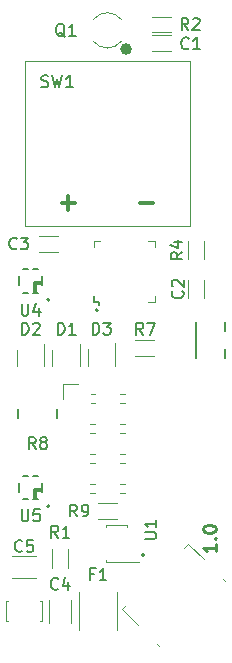
<source format=gto>
G04 #@! TF.GenerationSoftware,KiCad,Pcbnew,5.0.1*
G04 #@! TF.CreationDate,2019-03-28T22:54:33+10:30*
G04 #@! TF.ProjectId,reflex,7265666C65782E6B696361645F706362,rev?*
G04 #@! TF.SameCoordinates,Original*
G04 #@! TF.FileFunction,Legend,Top*
G04 #@! TF.FilePolarity,Positive*
%FSLAX46Y46*%
G04 Gerber Fmt 4.6, Leading zero omitted, Abs format (unit mm)*
G04 Created by KiCad (PCBNEW 5.0.1) date Thu 28 Mar 2019 22:54:33 ACDT*
%MOMM*%
%LPD*%
G01*
G04 APERTURE LIST*
%ADD10C,0.300000*%
%ADD11C,0.200000*%
%ADD12C,0.250000*%
%ADD13C,0.350000*%
%ADD14C,0.150000*%
%ADD15C,0.120000*%
%ADD16C,0.500000*%
%ADD17C,0.160000*%
G04 APERTURE END LIST*
D10*
X102728571Y-92407142D02*
X103871428Y-92407142D01*
X96128571Y-92407142D02*
X97271428Y-92407142D01*
X96700000Y-92978571D02*
X96700000Y-91835714D01*
D11*
X95100000Y-118100000D02*
G75*
G03X95100000Y-118100000I-100000J0D01*
G01*
X99200000Y-101500000D02*
G75*
G03X99200000Y-101500000I-100000J0D01*
G01*
X95100000Y-100600000D02*
G75*
G03X95100000Y-100600000I-100000J0D01*
G01*
D12*
X109197619Y-121271428D02*
X109197619Y-121900000D01*
X109197619Y-121585714D02*
X108097619Y-121585714D01*
X108254761Y-121690476D01*
X108359523Y-121795238D01*
X108411904Y-121900000D01*
X109092857Y-120800000D02*
X109145238Y-120747619D01*
X109197619Y-120800000D01*
X109145238Y-120852380D01*
X109092857Y-120800000D01*
X109197619Y-120800000D01*
X108097619Y-120066666D02*
X108097619Y-119961904D01*
X108150000Y-119857142D01*
X108202380Y-119804761D01*
X108307142Y-119752380D01*
X108516666Y-119700000D01*
X108778571Y-119700000D01*
X108988095Y-119752380D01*
X109092857Y-119804761D01*
X109145238Y-119857142D01*
X109197619Y-119961904D01*
X109197619Y-120066666D01*
X109145238Y-120171428D01*
X109092857Y-120223809D01*
X108988095Y-120276190D01*
X108778571Y-120328571D01*
X108516666Y-120328571D01*
X108307142Y-120276190D01*
X108202380Y-120223809D01*
X108150000Y-120171428D01*
X108097619Y-120066666D01*
D13*
G04 #@! TO.C,U5*
X93900000Y-117400000D02*
X93900000Y-116700000D01*
X93900000Y-116700000D02*
X94400000Y-116700000D01*
D14*
X94500000Y-116100000D02*
X94500000Y-116900000D01*
X94100000Y-117500000D02*
X93700000Y-117500000D01*
X92500000Y-116900000D02*
X92500000Y-116100000D01*
X93700000Y-115500000D02*
X94100000Y-115500000D01*
X92900000Y-115500000D02*
X93300000Y-115500000D01*
X93300000Y-117500000D02*
X92900000Y-117500000D01*
D11*
G04 #@! TO.C,U2*
X99270000Y-100800000D02*
X99270000Y-101020000D01*
X99270000Y-100800000D02*
X98840000Y-100800000D01*
X98840000Y-100800000D02*
X98840000Y-100280000D01*
D15*
X103480000Y-100800000D02*
X104000000Y-100800000D01*
X104000000Y-100800000D02*
X104000000Y-100280000D01*
X103480000Y-95640000D02*
X104000000Y-95640000D01*
X104000000Y-95640000D02*
X104000000Y-96160000D01*
X99360000Y-95640000D02*
X98840000Y-95640000D01*
X98840000Y-95640000D02*
X98840000Y-96160000D01*
G04 #@! TO.C,J2*
X101082929Y-108620000D02*
X101480000Y-108620000D01*
X101082929Y-109380000D02*
X101480000Y-109380000D01*
X98610000Y-108620000D02*
X98997071Y-108620000D01*
X98610000Y-109380000D02*
X98997071Y-109380000D01*
X101082929Y-111160000D02*
X101480000Y-111160000D01*
X101082929Y-111920000D02*
X101480000Y-111920000D01*
X98542929Y-111160000D02*
X98997071Y-111160000D01*
X98542929Y-111920000D02*
X98997071Y-111920000D01*
X101082929Y-113700000D02*
X101480000Y-113700000D01*
X101082929Y-114460000D02*
X101480000Y-114460000D01*
X98542929Y-113700000D02*
X98997071Y-113700000D01*
X98542929Y-114460000D02*
X98997071Y-114460000D01*
X101082929Y-116240000D02*
X101480000Y-116240000D01*
X101082929Y-117000000D02*
X101480000Y-117000000D01*
X98542929Y-116240000D02*
X98997071Y-116240000D01*
X98542929Y-117000000D02*
X98997071Y-117000000D01*
X96230000Y-109000000D02*
X96230000Y-107730000D01*
X96230000Y-107730000D02*
X97500000Y-107730000D01*
G04 #@! TO.C,D3*
X100660000Y-106200000D02*
X100660000Y-104300000D01*
X98340000Y-104800000D02*
X98340000Y-106200000D01*
G04 #@! TO.C,D2*
X92340000Y-104850000D02*
X92340000Y-106250000D01*
X94660000Y-106250000D02*
X94660000Y-104350000D01*
G04 #@! TO.C,D1*
X97660000Y-106250000D02*
X97660000Y-104350000D01*
X95340000Y-104850000D02*
X95340000Y-106250000D01*
G04 #@! TO.C,J1*
X104394401Y-129966402D02*
X104210553Y-129782554D01*
X102598350Y-128170351D02*
X101247776Y-126819777D01*
X101247776Y-126819777D02*
X101608400Y-126459153D01*
X106819777Y-121247776D02*
X108170351Y-122598350D01*
X109782554Y-124210553D02*
X109966402Y-124394401D01*
X106819777Y-121247776D02*
X106459153Y-121608400D01*
G04 #@! TO.C,C1*
X105400000Y-78235000D02*
X103800000Y-78235000D01*
X105400000Y-79565000D02*
X103800000Y-79565000D01*
G04 #@! TO.C,C2*
X106835000Y-100500000D02*
X106835000Y-98900000D01*
X108165000Y-100500000D02*
X108165000Y-98900000D01*
G04 #@! TO.C,C3*
X95800000Y-96565000D02*
X94200000Y-96565000D01*
X95800000Y-95235000D02*
X94200000Y-95235000D01*
G04 #@! TO.C,C4*
X96915000Y-126000000D02*
X96915000Y-128000000D01*
X95085000Y-126000000D02*
X95085000Y-128000000D01*
G04 #@! TO.C,C5*
X93950000Y-122335000D02*
X91950000Y-122335000D01*
X93950000Y-124165000D02*
X91950000Y-124165000D01*
G04 #@! TO.C,F1*
X97615000Y-125390000D02*
X97615000Y-128610000D01*
X100785000Y-125390000D02*
X100785000Y-128610000D01*
D16*
G04 #@! TO.C,Q1*
X101833940Y-79383920D02*
G75*
G03X101833940Y-79383920I-250020J0D01*
G01*
D15*
X101182020Y-78723475D02*
G75*
G02X98818000Y-78723500I-1182020J923475D01*
G01*
X98817980Y-76876525D02*
G75*
G02X101182000Y-76876500I1182020J-923475D01*
G01*
G04 #@! TO.C,R1*
X96670000Y-121725000D02*
X96670000Y-123325000D01*
X95330000Y-121725000D02*
X95330000Y-123325000D01*
G04 #@! TO.C,R2*
X103800000Y-77970000D02*
X105400000Y-77970000D01*
X103800000Y-76630000D02*
X105400000Y-76630000D01*
G04 #@! TO.C,R4*
X106830000Y-97200000D02*
X106830000Y-95600000D01*
X108170000Y-97200000D02*
X108170000Y-95600000D01*
G04 #@! TO.C,R7*
X103975000Y-104030000D02*
X102375000Y-104030000D01*
X103975000Y-105370000D02*
X102375000Y-105370000D01*
D14*
G04 #@! TO.C,R8*
X95725000Y-109850000D02*
X95725000Y-110650000D01*
X92475000Y-109850000D02*
X92475000Y-110650000D01*
D15*
G04 #@! TO.C,R9*
X99200000Y-117830000D02*
X100800000Y-117830000D01*
X99200000Y-119170000D02*
X100800000Y-119170000D01*
G04 #@! TO.C,SW1*
X93015000Y-80415000D02*
X106985000Y-80415000D01*
X106985000Y-80415000D02*
X106985000Y-94385000D01*
X106985000Y-94385000D02*
X93015000Y-94385000D01*
X93015000Y-94385000D02*
X93015000Y-80415000D01*
D14*
G04 #@! TO.C,SW2*
X107500000Y-102500000D02*
X107500000Y-105500000D01*
X110000000Y-102500000D02*
X110000000Y-103250000D01*
X110000000Y-105500000D02*
X110000000Y-104750000D01*
D11*
G04 #@! TO.C,U1*
X103126920Y-122220000D02*
G75*
G03X103126920Y-122220000I-106920J0D01*
G01*
D15*
X101630000Y-119840000D02*
X101630000Y-119720000D01*
X101630000Y-119720000D02*
X99870000Y-119720000D01*
X99870000Y-119720000D02*
X99870000Y-119840000D01*
X102650000Y-122790000D02*
X99870000Y-122790000D01*
X99870000Y-122780000D02*
X99870000Y-122660000D01*
G04 #@! TO.C,U3*
X94310000Y-127850000D02*
X94460000Y-127850000D01*
X94460000Y-127850000D02*
X94460000Y-126150000D01*
X94460000Y-126150000D02*
X94310000Y-126150000D01*
X91590000Y-127850000D02*
X91440000Y-127850000D01*
X91440000Y-127850000D02*
X91440000Y-126150000D01*
X91440000Y-126150000D02*
X91590000Y-126150000D01*
D13*
G04 #@! TO.C,U4*
X93900000Y-99900000D02*
X93900000Y-99200000D01*
X93900000Y-99200000D02*
X94400000Y-99200000D01*
D14*
X94500000Y-98600000D02*
X94500000Y-99400000D01*
X94100000Y-100000000D02*
X93700000Y-100000000D01*
X92500000Y-99400000D02*
X92500000Y-98600000D01*
X93700000Y-98000000D02*
X94100000Y-98000000D01*
X92900000Y-98000000D02*
X93300000Y-98000000D01*
X93300000Y-100000000D02*
X92900000Y-100000000D01*
G04 #@! TO.C,U5*
D17*
X92738095Y-118352380D02*
X92738095Y-119161904D01*
X92785714Y-119257142D01*
X92833333Y-119304761D01*
X92928571Y-119352380D01*
X93119047Y-119352380D01*
X93214285Y-119304761D01*
X93261904Y-119257142D01*
X93309523Y-119161904D01*
X93309523Y-118352380D01*
X94261904Y-118352380D02*
X93785714Y-118352380D01*
X93738095Y-118828571D01*
X93785714Y-118780952D01*
X93880952Y-118733333D01*
X94119047Y-118733333D01*
X94214285Y-118780952D01*
X94261904Y-118828571D01*
X94309523Y-118923809D01*
X94309523Y-119161904D01*
X94261904Y-119257142D01*
X94214285Y-119304761D01*
X94119047Y-119352380D01*
X93880952Y-119352380D01*
X93785714Y-119304761D01*
X93738095Y-119257142D01*
G04 #@! TO.C,D3*
X98761904Y-103552380D02*
X98761904Y-102552380D01*
X99000000Y-102552380D01*
X99142857Y-102600000D01*
X99238095Y-102695238D01*
X99285714Y-102790476D01*
X99333333Y-102980952D01*
X99333333Y-103123809D01*
X99285714Y-103314285D01*
X99238095Y-103409523D01*
X99142857Y-103504761D01*
X99000000Y-103552380D01*
X98761904Y-103552380D01*
X99666666Y-102552380D02*
X100285714Y-102552380D01*
X99952380Y-102933333D01*
X100095238Y-102933333D01*
X100190476Y-102980952D01*
X100238095Y-103028571D01*
X100285714Y-103123809D01*
X100285714Y-103361904D01*
X100238095Y-103457142D01*
X100190476Y-103504761D01*
X100095238Y-103552380D01*
X99809523Y-103552380D01*
X99714285Y-103504761D01*
X99666666Y-103457142D01*
G04 #@! TO.C,D2*
X92761904Y-103552380D02*
X92761904Y-102552380D01*
X93000000Y-102552380D01*
X93142857Y-102600000D01*
X93238095Y-102695238D01*
X93285714Y-102790476D01*
X93333333Y-102980952D01*
X93333333Y-103123809D01*
X93285714Y-103314285D01*
X93238095Y-103409523D01*
X93142857Y-103504761D01*
X93000000Y-103552380D01*
X92761904Y-103552380D01*
X93714285Y-102647619D02*
X93761904Y-102600000D01*
X93857142Y-102552380D01*
X94095238Y-102552380D01*
X94190476Y-102600000D01*
X94238095Y-102647619D01*
X94285714Y-102742857D01*
X94285714Y-102838095D01*
X94238095Y-102980952D01*
X93666666Y-103552380D01*
X94285714Y-103552380D01*
G04 #@! TO.C,D1*
X95811904Y-103552380D02*
X95811904Y-102552380D01*
X96050000Y-102552380D01*
X96192857Y-102600000D01*
X96288095Y-102695238D01*
X96335714Y-102790476D01*
X96383333Y-102980952D01*
X96383333Y-103123809D01*
X96335714Y-103314285D01*
X96288095Y-103409523D01*
X96192857Y-103504761D01*
X96050000Y-103552380D01*
X95811904Y-103552380D01*
X97335714Y-103552380D02*
X96764285Y-103552380D01*
X97050000Y-103552380D02*
X97050000Y-102552380D01*
X96954761Y-102695238D01*
X96859523Y-102790476D01*
X96764285Y-102838095D01*
G04 #@! TO.C,C1*
X106883333Y-79307142D02*
X106835714Y-79354761D01*
X106692857Y-79402380D01*
X106597619Y-79402380D01*
X106454761Y-79354761D01*
X106359523Y-79259523D01*
X106311904Y-79164285D01*
X106264285Y-78973809D01*
X106264285Y-78830952D01*
X106311904Y-78640476D01*
X106359523Y-78545238D01*
X106454761Y-78450000D01*
X106597619Y-78402380D01*
X106692857Y-78402380D01*
X106835714Y-78450000D01*
X106883333Y-78497619D01*
X107835714Y-79402380D02*
X107264285Y-79402380D01*
X107550000Y-79402380D02*
X107550000Y-78402380D01*
X107454761Y-78545238D01*
X107359523Y-78640476D01*
X107264285Y-78688095D01*
G04 #@! TO.C,C2*
X106357142Y-99866666D02*
X106404761Y-99914285D01*
X106452380Y-100057142D01*
X106452380Y-100152380D01*
X106404761Y-100295238D01*
X106309523Y-100390476D01*
X106214285Y-100438095D01*
X106023809Y-100485714D01*
X105880952Y-100485714D01*
X105690476Y-100438095D01*
X105595238Y-100390476D01*
X105500000Y-100295238D01*
X105452380Y-100152380D01*
X105452380Y-100057142D01*
X105500000Y-99914285D01*
X105547619Y-99866666D01*
X105547619Y-99485714D02*
X105500000Y-99438095D01*
X105452380Y-99342857D01*
X105452380Y-99104761D01*
X105500000Y-99009523D01*
X105547619Y-98961904D01*
X105642857Y-98914285D01*
X105738095Y-98914285D01*
X105880952Y-98961904D01*
X106452380Y-99533333D01*
X106452380Y-98914285D01*
G04 #@! TO.C,C3*
X92333333Y-96257142D02*
X92285714Y-96304761D01*
X92142857Y-96352380D01*
X92047619Y-96352380D01*
X91904761Y-96304761D01*
X91809523Y-96209523D01*
X91761904Y-96114285D01*
X91714285Y-95923809D01*
X91714285Y-95780952D01*
X91761904Y-95590476D01*
X91809523Y-95495238D01*
X91904761Y-95400000D01*
X92047619Y-95352380D01*
X92142857Y-95352380D01*
X92285714Y-95400000D01*
X92333333Y-95447619D01*
X92666666Y-95352380D02*
X93285714Y-95352380D01*
X92952380Y-95733333D01*
X93095238Y-95733333D01*
X93190476Y-95780952D01*
X93238095Y-95828571D01*
X93285714Y-95923809D01*
X93285714Y-96161904D01*
X93238095Y-96257142D01*
X93190476Y-96304761D01*
X93095238Y-96352380D01*
X92809523Y-96352380D01*
X92714285Y-96304761D01*
X92666666Y-96257142D01*
G04 #@! TO.C,C4*
X95833333Y-125057142D02*
X95785714Y-125104761D01*
X95642857Y-125152380D01*
X95547619Y-125152380D01*
X95404761Y-125104761D01*
X95309523Y-125009523D01*
X95261904Y-124914285D01*
X95214285Y-124723809D01*
X95214285Y-124580952D01*
X95261904Y-124390476D01*
X95309523Y-124295238D01*
X95404761Y-124200000D01*
X95547619Y-124152380D01*
X95642857Y-124152380D01*
X95785714Y-124200000D01*
X95833333Y-124247619D01*
X96690476Y-124485714D02*
X96690476Y-125152380D01*
X96452380Y-124104761D02*
X96214285Y-124819047D01*
X96833333Y-124819047D01*
G04 #@! TO.C,C5*
X92783333Y-121857142D02*
X92735714Y-121904761D01*
X92592857Y-121952380D01*
X92497619Y-121952380D01*
X92354761Y-121904761D01*
X92259523Y-121809523D01*
X92211904Y-121714285D01*
X92164285Y-121523809D01*
X92164285Y-121380952D01*
X92211904Y-121190476D01*
X92259523Y-121095238D01*
X92354761Y-121000000D01*
X92497619Y-120952380D01*
X92592857Y-120952380D01*
X92735714Y-121000000D01*
X92783333Y-121047619D01*
X93688095Y-120952380D02*
X93211904Y-120952380D01*
X93164285Y-121428571D01*
X93211904Y-121380952D01*
X93307142Y-121333333D01*
X93545238Y-121333333D01*
X93640476Y-121380952D01*
X93688095Y-121428571D01*
X93735714Y-121523809D01*
X93735714Y-121761904D01*
X93688095Y-121857142D01*
X93640476Y-121904761D01*
X93545238Y-121952380D01*
X93307142Y-121952380D01*
X93211904Y-121904761D01*
X93164285Y-121857142D01*
G04 #@! TO.C,F1*
D14*
X98866666Y-123828571D02*
X98533333Y-123828571D01*
X98533333Y-124352380D02*
X98533333Y-123352380D01*
X99009523Y-123352380D01*
X99914285Y-124352380D02*
X99342857Y-124352380D01*
X99628571Y-124352380D02*
X99628571Y-123352380D01*
X99533333Y-123495238D01*
X99438095Y-123590476D01*
X99342857Y-123638095D01*
G04 #@! TO.C,Q1*
D17*
X96404761Y-78347619D02*
X96309523Y-78300000D01*
X96214285Y-78204761D01*
X96071428Y-78061904D01*
X95976190Y-78014285D01*
X95880952Y-78014285D01*
X95928571Y-78252380D02*
X95833333Y-78204761D01*
X95738095Y-78109523D01*
X95690476Y-77919047D01*
X95690476Y-77585714D01*
X95738095Y-77395238D01*
X95833333Y-77300000D01*
X95928571Y-77252380D01*
X96119047Y-77252380D01*
X96214285Y-77300000D01*
X96309523Y-77395238D01*
X96357142Y-77585714D01*
X96357142Y-77919047D01*
X96309523Y-78109523D01*
X96214285Y-78204761D01*
X96119047Y-78252380D01*
X95928571Y-78252380D01*
X97309523Y-78252380D02*
X96738095Y-78252380D01*
X97023809Y-78252380D02*
X97023809Y-77252380D01*
X96928571Y-77395238D01*
X96833333Y-77490476D01*
X96738095Y-77538095D01*
G04 #@! TO.C,R1*
X95833333Y-120752380D02*
X95500000Y-120276190D01*
X95261904Y-120752380D02*
X95261904Y-119752380D01*
X95642857Y-119752380D01*
X95738095Y-119800000D01*
X95785714Y-119847619D01*
X95833333Y-119942857D01*
X95833333Y-120085714D01*
X95785714Y-120180952D01*
X95738095Y-120228571D01*
X95642857Y-120276190D01*
X95261904Y-120276190D01*
X96785714Y-120752380D02*
X96214285Y-120752380D01*
X96500000Y-120752380D02*
X96500000Y-119752380D01*
X96404761Y-119895238D01*
X96309523Y-119990476D01*
X96214285Y-120038095D01*
G04 #@! TO.C,R2*
X106858333Y-77752380D02*
X106525000Y-77276190D01*
X106286904Y-77752380D02*
X106286904Y-76752380D01*
X106667857Y-76752380D01*
X106763095Y-76800000D01*
X106810714Y-76847619D01*
X106858333Y-76942857D01*
X106858333Y-77085714D01*
X106810714Y-77180952D01*
X106763095Y-77228571D01*
X106667857Y-77276190D01*
X106286904Y-77276190D01*
X107239285Y-76847619D02*
X107286904Y-76800000D01*
X107382142Y-76752380D01*
X107620238Y-76752380D01*
X107715476Y-76800000D01*
X107763095Y-76847619D01*
X107810714Y-76942857D01*
X107810714Y-77038095D01*
X107763095Y-77180952D01*
X107191666Y-77752380D01*
X107810714Y-77752380D01*
G04 #@! TO.C,R4*
X106352380Y-96566666D02*
X105876190Y-96900000D01*
X106352380Y-97138095D02*
X105352380Y-97138095D01*
X105352380Y-96757142D01*
X105400000Y-96661904D01*
X105447619Y-96614285D01*
X105542857Y-96566666D01*
X105685714Y-96566666D01*
X105780952Y-96614285D01*
X105828571Y-96661904D01*
X105876190Y-96757142D01*
X105876190Y-97138095D01*
X105685714Y-95709523D02*
X106352380Y-95709523D01*
X105304761Y-95947619D02*
X106019047Y-96185714D01*
X106019047Y-95566666D01*
G04 #@! TO.C,R7*
X103033333Y-103552380D02*
X102700000Y-103076190D01*
X102461904Y-103552380D02*
X102461904Y-102552380D01*
X102842857Y-102552380D01*
X102938095Y-102600000D01*
X102985714Y-102647619D01*
X103033333Y-102742857D01*
X103033333Y-102885714D01*
X102985714Y-102980952D01*
X102938095Y-103028571D01*
X102842857Y-103076190D01*
X102461904Y-103076190D01*
X103366666Y-102552380D02*
X104033333Y-102552380D01*
X103604761Y-103552380D01*
G04 #@! TO.C,R8*
X93933333Y-113252380D02*
X93600000Y-112776190D01*
X93361904Y-113252380D02*
X93361904Y-112252380D01*
X93742857Y-112252380D01*
X93838095Y-112300000D01*
X93885714Y-112347619D01*
X93933333Y-112442857D01*
X93933333Y-112585714D01*
X93885714Y-112680952D01*
X93838095Y-112728571D01*
X93742857Y-112776190D01*
X93361904Y-112776190D01*
X94504761Y-112680952D02*
X94409523Y-112633333D01*
X94361904Y-112585714D01*
X94314285Y-112490476D01*
X94314285Y-112442857D01*
X94361904Y-112347619D01*
X94409523Y-112300000D01*
X94504761Y-112252380D01*
X94695238Y-112252380D01*
X94790476Y-112300000D01*
X94838095Y-112347619D01*
X94885714Y-112442857D01*
X94885714Y-112490476D01*
X94838095Y-112585714D01*
X94790476Y-112633333D01*
X94695238Y-112680952D01*
X94504761Y-112680952D01*
X94409523Y-112728571D01*
X94361904Y-112776190D01*
X94314285Y-112871428D01*
X94314285Y-113061904D01*
X94361904Y-113157142D01*
X94409523Y-113204761D01*
X94504761Y-113252380D01*
X94695238Y-113252380D01*
X94790476Y-113204761D01*
X94838095Y-113157142D01*
X94885714Y-113061904D01*
X94885714Y-112871428D01*
X94838095Y-112776190D01*
X94790476Y-112728571D01*
X94695238Y-112680952D01*
G04 #@! TO.C,R9*
X97433333Y-118952380D02*
X97100000Y-118476190D01*
X96861904Y-118952380D02*
X96861904Y-117952380D01*
X97242857Y-117952380D01*
X97338095Y-118000000D01*
X97385714Y-118047619D01*
X97433333Y-118142857D01*
X97433333Y-118285714D01*
X97385714Y-118380952D01*
X97338095Y-118428571D01*
X97242857Y-118476190D01*
X96861904Y-118476190D01*
X97909523Y-118952380D02*
X98100000Y-118952380D01*
X98195238Y-118904761D01*
X98242857Y-118857142D01*
X98338095Y-118714285D01*
X98385714Y-118523809D01*
X98385714Y-118142857D01*
X98338095Y-118047619D01*
X98290476Y-118000000D01*
X98195238Y-117952380D01*
X98004761Y-117952380D01*
X97909523Y-118000000D01*
X97861904Y-118047619D01*
X97814285Y-118142857D01*
X97814285Y-118380952D01*
X97861904Y-118476190D01*
X97909523Y-118523809D01*
X98004761Y-118571428D01*
X98195238Y-118571428D01*
X98290476Y-118523809D01*
X98338095Y-118476190D01*
X98385714Y-118380952D01*
G04 #@! TO.C,SW1*
X94416666Y-82554761D02*
X94559523Y-82602380D01*
X94797619Y-82602380D01*
X94892857Y-82554761D01*
X94940476Y-82507142D01*
X94988095Y-82411904D01*
X94988095Y-82316666D01*
X94940476Y-82221428D01*
X94892857Y-82173809D01*
X94797619Y-82126190D01*
X94607142Y-82078571D01*
X94511904Y-82030952D01*
X94464285Y-81983333D01*
X94416666Y-81888095D01*
X94416666Y-81792857D01*
X94464285Y-81697619D01*
X94511904Y-81650000D01*
X94607142Y-81602380D01*
X94845238Y-81602380D01*
X94988095Y-81650000D01*
X95321428Y-81602380D02*
X95559523Y-82602380D01*
X95750000Y-81888095D01*
X95940476Y-82602380D01*
X96178571Y-81602380D01*
X97083333Y-82602380D02*
X96511904Y-82602380D01*
X96797619Y-82602380D02*
X96797619Y-81602380D01*
X96702380Y-81745238D01*
X96607142Y-81840476D01*
X96511904Y-81888095D01*
G04 #@! TO.C,U1*
D14*
X103152380Y-120861904D02*
X103961904Y-120861904D01*
X104057142Y-120814285D01*
X104104761Y-120766666D01*
X104152380Y-120671428D01*
X104152380Y-120480952D01*
X104104761Y-120385714D01*
X104057142Y-120338095D01*
X103961904Y-120290476D01*
X103152380Y-120290476D01*
X104152380Y-119290476D02*
X104152380Y-119861904D01*
X104152380Y-119576190D02*
X103152380Y-119576190D01*
X103295238Y-119671428D01*
X103390476Y-119766666D01*
X103438095Y-119861904D01*
G04 #@! TO.C,U4*
D17*
X92738095Y-100952380D02*
X92738095Y-101761904D01*
X92785714Y-101857142D01*
X92833333Y-101904761D01*
X92928571Y-101952380D01*
X93119047Y-101952380D01*
X93214285Y-101904761D01*
X93261904Y-101857142D01*
X93309523Y-101761904D01*
X93309523Y-100952380D01*
X94214285Y-101285714D02*
X94214285Y-101952380D01*
X93976190Y-100904761D02*
X93738095Y-101619047D01*
X94357142Y-101619047D01*
G04 #@! TD*
M02*

</source>
